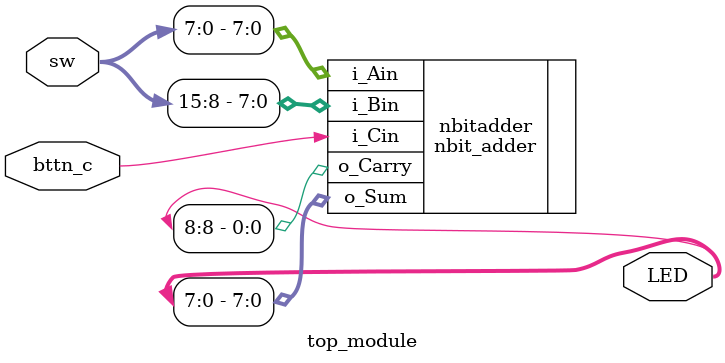
<source format=v>
`timescale 1ns / 1ps


module top_module(

        input [15:0] sw,
        input bttn_c,
        output [8:0] LED

    );
    
    nbit_adder nbitadder (
        .i_Ain(sw[7:0]),
        .i_Bin(sw[15:8]),
        .i_Cin(bttn_c),
        .o_Sum(LED[7:0]),
        .o_Carry(LED[8])          
                                    
    );
        
endmodule

</source>
